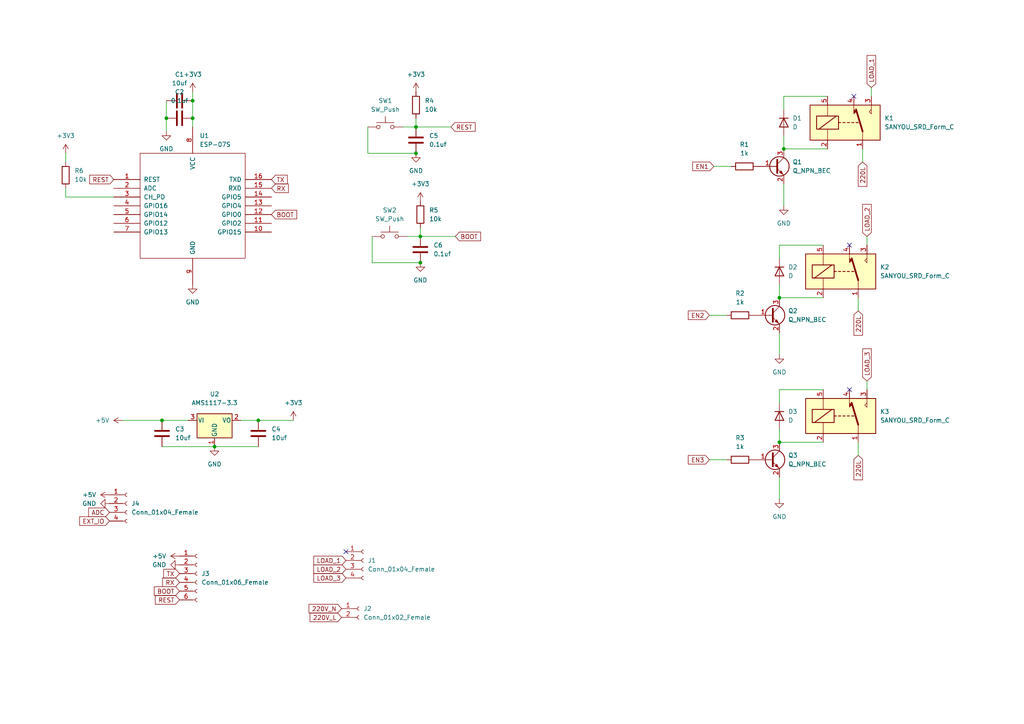
<source format=kicad_sch>
(kicad_sch (version 20211123) (generator eeschema)
  (paper "A4")
  (title_block (title "easyswitch") (date "2022-05-07"))
  (lib_symbols
    (symbol "Connector:Conn_01x02_Female" (pin_names (offset 1.016) hide)
      (property "Reference" "J" (at 0 2.54 0))
      (property "Value" "Conn_01x02_Female" (at 0 -5.08 0))
      (symbol "Conn_01x02_Female_1_1"
        (arc (start 0 -2.032) (mid -0.508 -2.54) (end 0 -3.048) (stroke (width 0.1524)))
        (polyline (pts (xy -1.27 -2.54) (xy -0.508 -2.54)) (stroke (width 0.1524)))
        (polyline (pts (xy -1.27 0) (xy -0.508 0)) (stroke (width 0.1524)))
        (arc (start 0 0.508) (mid -0.508 0) (end 0 -0.508) (stroke (width 0.1524)))
        (pin passive line (at -5.08 0 0) (length 3.81) (name "Pin_1") (number "1"))
        (pin passive line (at -5.08 -2.54 0) (length 3.81) (name "Pin_2") (number "2"))
      )
    )
    (symbol "Connector:Conn_01x04_Female" (pin_names (offset 1.016) hide)
      (property "Reference" "J" (at 0 5.08 0))
      (property "Value" "Conn_01x04_Female" (at 0 -7.62 0))
      (symbol "Conn_01x04_Female_1_1"
        (arc (start 0 -4.572) (mid -0.508 -5.08) (end 0 -5.588) (stroke (width 0.1524)))
        (arc (start 0 -2.032) (mid -0.508 -2.54) (end 0 -3.048) (stroke (width 0.1524)))
        (polyline (pts (xy -1.27 -5.08) (xy -0.508 -5.08)) (stroke (width 0.1524)))
        (polyline (pts (xy -1.27 -2.54) (xy -0.508 -2.54)) (stroke (width 0.1524)))
        (polyline (pts (xy -1.27 0) (xy -0.508 0)) (stroke (width 0.1524)))
        (polyline (pts (xy -1.27 2.54) (xy -0.508 2.54)) (stroke (width 0.1524)))
        (arc (start 0 0.508) (mid -0.508 0) (end 0 -0.508) (stroke (width 0.1524)))
        (arc (start 0 3.048) (mid -0.508 2.54) (end 0 2.032) (stroke (width 0.1524)))
        (pin passive line (at -5.08 2.54 0) (length 3.81) (name "Pin_1") (number "1"))
        (pin passive line (at -5.08 0 0) (length 3.81) (name "Pin_2") (number "2"))
        (pin passive line (at -5.08 -2.54 0) (length 3.81) (name "Pin_3") (number "3"))
        (pin passive line (at -5.08 -5.08 0) (length 3.81) (name "Pin_4") (number "4"))
      )
    )
    (symbol "Connector:Conn_01x06_Female" (pin_names (offset 1.016) hide)
      (property "Reference" "J" (at 0 7.62 0))
      (property "Value" "Conn_01x06_Female" (at 0 -10.16 0))
      (symbol "Conn_01x06_Female_1_1"
        (arc (start 0 -7.112) (mid -0.508 -7.62) (end 0 -8.128) (stroke (width 0.1524)))
        (arc (start 0 -4.572) (mid -0.508 -5.08) (end 0 -5.588) (stroke (width 0.1524)))
        (arc (start 0 -2.032) (mid -0.508 -2.54) (end 0 -3.048) (stroke (width 0.1524)))
        (polyline (pts (xy -1.27 -7.62) (xy -0.508 -7.62)) (stroke (width 0.1524)))
        (polyline (pts (xy -1.27 -5.08) (xy -0.508 -5.08)) (stroke (width 0.1524)))
        (polyline (pts (xy -1.27 -2.54) (xy -0.508 -2.54)) (stroke (width 0.1524)))
        (polyline (pts (xy -1.27 0) (xy -0.508 0)) (stroke (width 0.1524)))
        (polyline (pts (xy -1.27 2.54) (xy -0.508 2.54)) (stroke (width 0.1524)))
        (polyline (pts (xy -1.27 5.08) (xy -0.508 5.08)) (stroke (width 0.1524)))
        (arc (start 0 0.508) (mid -0.508 0) (end 0 -0.508) (stroke (width 0.1524)))
        (arc (start 0 3.048) (mid -0.508 2.54) (end 0 2.032) (stroke (width 0.1524)))
        (arc (start 0 5.588) (mid -0.508 5.08) (end 0 4.572) (stroke (width 0.1524)))
        (pin passive line (at -5.08 5.08 0) (length 3.81) (name "Pin_1") (number "1"))
        (pin passive line (at -5.08 2.54 0) (length 3.81) (name "Pin_2") (number "2"))
        (pin passive line (at -5.08 0 0) (length 3.81) (name "Pin_3") (number "3"))
        (pin passive line (at -5.08 -2.54 0) (length 3.81) (name "Pin_4") (number "4"))
        (pin passive line (at -5.08 -5.08 0) (length 3.81) (name "Pin_5") (number "5"))
        (pin passive line (at -5.08 -7.62 0) (length 3.81) (name "Pin_6") (number "6"))
      )
    )
    (symbol "Device:C" (pin_numbers hide) (pin_names (offset 0.254))
      (property "Reference" "C" (at 0.635 2.54 0))
      (property "Value" "C" (at 0.635 -2.54 0))
      (symbol "C_0_1"
        (polyline (pts (xy -2.032 -0.762) (xy 2.032 -0.762)) (stroke (width 0.508)))
        (polyline (pts (xy -2.032 0.762) (xy 2.032 0.762)) (stroke (width 0.508)))
      )
      (symbol "C_1_1"
        (pin passive line (at 0 3.81 270) (length 2.794) (name "~") (number "1"))
        (pin passive line (at 0 -3.81 90) (length 2.794) (name "~") (number "2"))
      )
    )
    (symbol "Device:D" (pin_numbers hide) (pin_names (offset 1.016) hide)
      (property "Reference" "D" (at 0 2.54 0))
      (property "Value" "D" (at 0 -2.54 0))
      (symbol "D_0_1"
        (polyline (pts (xy -1.27 1.27) (xy -1.27 -1.27)) (stroke (width 0.254)))
        (polyline (pts (xy 1.27 0) (xy -1.27 0)))
        (polyline (pts (xy 1.27 1.27) (xy 1.27 -1.27) (xy -1.27 0) (xy 1.27 1.27)) (stroke (width 0.254)))
      )
      (symbol "D_1_1"
        (pin passive line (at -3.81 0 0) (length 2.54) (name "K") (number "1"))
        (pin passive line (at 3.81 0 180) (length 2.54) (name "A") (number "2"))
      )
    )
    (symbol "Device:Q_NPN_BEC" (pin_names (offset 0) hide)
      (property "Reference" "Q" (at 5.08 1.27 0))
      (property "Value" "Q_NPN_BEC" (at 5.08 -1.27 0))
      (symbol "Q_NPN_BEC_0_1"
        (polyline (pts (xy 0.635 0.635) (xy 2.54 2.54)))
        (polyline (pts (xy 0.635 -0.635) (xy 2.54 -2.54) (xy 2.54 -2.54)))
        (polyline (pts (xy 0.635 1.905) (xy 0.635 -1.905) (xy 0.635 -1.905)) (stroke (width 0.508)))
        (polyline (pts (xy 1.27 -1.778) (xy 1.778 -1.27) (xy 2.286 -2.286) (xy 1.27 -1.778) (xy 1.27 -1.778)) (fill (type outline)))
        (circle (center 1.27 0) (radius 2.8194) (stroke (width 0.254)))
      )
      (symbol "Q_NPN_BEC_1_1"
        (pin input line (at -5.08 0 0) (length 5.715) (name "B") (number "1"))
        (pin passive line (at 2.54 -5.08 90) (length 2.54) (name "E") (number "2"))
        (pin passive line (at 2.54 5.08 270) (length 2.54) (name "C") (number "3"))
      )
    )
    (symbol "Device:R" (pin_numbers hide) (pin_names (offset 0))
      (property "Reference" "R" (at 2.032 0 90))
      (property "Value" "R" (at 0 0 90))
      (symbol "R_0_1"
        (rectangle (start -1.016 -2.54) (end 1.016 2.54) (stroke (width 0.254)))
      )
      (symbol "R_1_1"
        (pin passive line (at 0 3.81 270) (length 1.27) (name "~") (number "1"))
        (pin passive line (at 0 -3.81 90) (length 1.27) (name "~") (number "2"))
      )
    )
    (symbol "ESP8266:ESP-07S" (pin_names (offset 1.016))
      (property "Reference" "U" (at 0 -2.54 0))
      (property "Value" "ESP-07S" (at 0 2.54 0))
      (symbol "ESP-07S_1_0"
        (rectangle (start -15.24 -15.24) (end 15.24 15.24))
      )
      (symbol "ESP-07S_1_1"
        (pin input line (at -22.86 7.62 0) (length 7.62) (name "REST") (number "1"))
        (pin bidirectional line (at 22.86 -7.62 180) (length 7.62) (name "GPIO15") (number "10"))
        (pin bidirectional line (at 22.86 -5.08 180) (length 7.62) (name "GPIO2") (number "11"))
        (pin bidirectional line (at 22.86 -2.54 180) (length 7.62) (name "GPIO0") (number "12"))
        (pin bidirectional line (at 22.86 0 180) (length 7.62) (name "GPIO4") (number "13"))
        (pin bidirectional line (at 22.86 2.54 180) (length 7.62) (name "GPIO5") (number "14"))
        (pin input line (at 22.86 5.08 180) (length 7.62) (name "RXD") (number "15"))
        (pin output line (at 22.86 7.62 180) (length 7.62) (name "TXD") (number "16"))
        (pin passive line (at -22.86 5.08 0) (length 7.62) (name "ADC") (number "2"))
        (pin input line (at -22.86 2.54 0) (length 7.62) (name "CH_PD") (number "3"))
        (pin bidirectional line (at -22.86 0 0) (length 7.62) (name "GPIO16") (number "4"))
        (pin bidirectional line (at -22.86 -2.54 0) (length 7.62) (name "GPIO14") (number "5"))
        (pin bidirectional line (at -22.86 -5.08 0) (length 7.62) (name "GPIO12") (number "6"))
        (pin bidirectional line (at -22.86 -7.62 0) (length 7.62) (name "GPIO13") (number "7"))
        (pin power_in line (at 0 22.86 270) (length 7.62) (name "VCC") (number "8"))
        (pin power_in line (at 0 -22.86 90) (length 7.62) (name "GND") (number "9"))
      )
    )
    (symbol "Regulator_Linear:AMS1117-3.3" (pin_names (offset 0.254))
      (property "Reference" "U" (at -3.81 3.175 0))
      (property "Value" "AMS1117-3.3" (at 0 3.175 0))
      (symbol "AMS1117-3.3_0_1"
        (rectangle (start -5.08 -5.08) (end 5.08 1.905) (stroke (width 0.254)) (fill (type background)))
      )
      (symbol "AMS1117-3.3_1_1"
        (pin power_in line (at 0 -7.62 90) (length 2.54) (name "GND") (number "1"))
        (pin power_out line (at 7.62 0 180) (length 2.54) (name "VO") (number "2"))
        (pin power_in line (at -7.62 0 0) (length 2.54) (name "VI") (number "3"))
      )
    )
    (symbol "Relay:SANYOU_SRD_Form_C"
      (property "Reference" "K" (at 11.43 3.81 0))
      (property "Value" "SANYOU_SRD_Form_C" (at 11.43 1.27 0))
      (symbol "SANYOU_SRD_Form_C_0_0"
        (polyline (pts (xy 7.62 5.08) (xy 7.62 2.54) (xy 6.985 3.175) (xy 7.62 3.81)))
      )
      (symbol "SANYOU_SRD_Form_C_0_1"
        (rectangle (start -10.16 5.08) (end 10.16 -5.08) (stroke (width 0.254)) (fill (type background)))
        (rectangle (start -8.255 1.905) (end -1.905 -1.905) (stroke (width 0.254)))
        (polyline (pts (xy -7.62 -1.905) (xy -2.54 1.905)) (stroke (width 0.254)))
        (polyline (pts (xy -5.08 -5.08) (xy -5.08 -1.905)))
        (polyline (pts (xy -5.08 5.08) (xy -5.08 1.905)))
        (polyline (pts (xy -1.905 0) (xy -1.27 0)) (stroke (width 0.254)))
        (polyline (pts (xy -0.635 0) (xy 0 0)) (stroke (width 0.254)))
        (polyline (pts (xy 0.635 0) (xy 1.27 0)) (stroke (width 0.254)))
        (polyline (pts (xy 1.905 0) (xy 2.54 0)) (stroke (width 0.254)))
        (polyline (pts (xy 3.175 0) (xy 3.81 0)) (stroke (width 0.254)))
        (polyline (pts (xy 5.08 -2.54) (xy 3.175 3.81)) (stroke (width 0.508)))
        (polyline (pts (xy 5.08 -2.54) (xy 5.08 -5.08)))
      )
      (symbol "SANYOU_SRD_Form_C_1_1"
        (polyline (pts (xy 2.54 3.81) (xy 3.175 3.175) (xy 2.54 2.54) (xy 2.54 5.08)) (fill (type outline)))
        (pin passive line (at 5.08 -7.62 90) (length 2.54) (name "~") (number "1"))
        (pin passive line (at -5.08 -7.62 90) (length 2.54) (name "~") (number "2"))
        (pin passive line (at 7.62 7.62 270) (length 2.54) (name "~") (number "3"))
        (pin passive line (at 2.54 7.62 270) (length 2.54) (name "~") (number "4"))
        (pin passive line (at -5.08 7.62 270) (length 2.54) (name "~") (number "5"))
      )
    )
    (symbol "Switch:SW_Push" (pin_numbers hide) (pin_names (offset 1.016) hide)
      (property "Reference" "SW" (at 1.27 2.54 0))
      (property "Value" "SW_Push" (at 0 -1.524 0))
      (symbol "SW_Push_0_1"
        (circle (center -2.032 0) (radius 0.508))
        (polyline (pts (xy 0 1.27) (xy 0 3.048)))
        (polyline (pts (xy 2.54 1.27) (xy -2.54 1.27)))
        (circle (center 2.032 0) (radius 0.508))
        (pin passive line (at -5.08 0 0) (length 2.54) (name "1") (number "1"))
        (pin passive line (at 5.08 0 180) (length 2.54) (name "2") (number "2"))
      )
    )
    (symbol "power:+3.3V" (power) (pin_names (offset 0))
      (property "Value" "+3.3V" (at 0 3.556 0))
      (symbol "+3.3V_0_1"
        (polyline (pts (xy -0.762 1.27) (xy 0 2.54)))
        (polyline (pts (xy 0 0) (xy 0 2.54)))
        (polyline (pts (xy 0 2.54) (xy 0.762 1.27)))
      )
      (symbol "+3.3V_1_1"
        (pin power_in line (at 0 0 90) (length 0) hide (name "+3V3") (number "1"))
      )
    )
    (symbol "power:+5V" (power) (pin_names (offset 0))
      (property "Value" "+5V" (at 0 3.556 0))
      (symbol "+5V_0_1"
        (polyline (pts (xy -0.762 1.27) (xy 0 2.54)))
        (polyline (pts (xy 0 0) (xy 0 2.54)))
        (polyline (pts (xy 0 2.54) (xy 0.762 1.27)))
      )
      (symbol "+5V_1_1"
        (pin power_in line (at 0 0 90) (length 0) hide (name "+5V") (number "1"))
      )
    )
    (symbol "power:GND" (power) (pin_names (offset 0))
      (property "Value" "GND" (at 0 -3.81 0))
      (symbol "GND_0_1"
        (polyline (pts (xy 0 0) (xy 0 -1.27) (xy 1.27 -1.27) (xy 0 -2.54) (xy -1.27 -1.27) (xy 0 -1.27)))
      )
      (symbol "GND_1_1"
        (pin power_in line (at 0 0 270) (length 0) hide (name "GND") (number "1"))
      )
    )
  )
  (junction (at 46.99 121.92))
  (junction (at 74.93 121.92))
  (junction (at 62.23 129.54))
  (junction (at 227.33 43.18))
  (junction (at 55.88 34.29))
  (junction (at 48.26 34.29))
  (junction (at 55.88 29.21))
  (junction (at 120.65 36.83))
  (junction (at 226.06 86.36))
  (junction (at 121.92 76.2))
  (junction (at 120.65 44.45))
  (junction (at 121.92 68.58))
  (junction (at 226.06 128.27))
  (no_connect (at 247.65 27.94))
  (no_connect (at 100.33 160.02))
  (no_connect (at 246.38 113.03))
  (no_connect (at 246.38 71.12))
  (wire (pts (xy 205.74 133.35) (xy 210.82 133.35)))
  (wire (pts (xy 106.68 44.45) (xy 120.65 44.45)))
  (wire (pts (xy 205.74 91.44) (xy 210.82 91.44)))
  (wire (pts (xy 251.46 68.58) (xy 251.46 71.12)))
  (wire (pts (xy 55.88 34.29) (xy 55.88 36.83)))
  (wire (pts (xy 227.33 27.94) (xy 227.33 31.75)))
  (wire (pts (xy 240.03 43.18) (xy 227.33 43.18)))
  (wire (pts (xy 120.65 36.83) (xy 130.81 36.83)))
  (wire (pts (xy 226.06 86.36) (xy 226.06 82.55)))
  (wire (pts (xy 48.26 29.21) (xy 48.26 34.29)))
  (wire (pts (xy 107.95 76.2) (xy 121.92 76.2)))
  (wire (pts (xy 227.33 53.34) (xy 227.33 59.69)))
  (wire (pts (xy 55.88 29.21) (xy 55.88 34.29)))
  (wire (pts (xy 248.92 128.27) (xy 248.92 132.08)))
  (wire (pts (xy 107.95 68.58) (xy 107.95 76.2)))
  (wire (pts (xy 69.85 121.92) (xy 74.93 121.92)))
  (wire (pts (xy 118.11 68.58) (xy 121.92 68.58)))
  (wire (pts (xy 226.06 96.52) (xy 226.06 102.87)))
  (wire (pts (xy 33.02 57.15) (xy 19.05 57.15)))
  (wire (pts (xy 35.56 121.92) (xy 46.99 121.92)))
  (wire (pts (xy 19.05 57.15) (xy 19.05 54.61)))
  (wire (pts (xy 19.05 44.45) (xy 19.05 46.99)))
  (wire (pts (xy 240.03 27.94) (xy 227.33 27.94)))
  (wire (pts (xy 248.92 86.36) (xy 248.92 90.17)))
  (wire (pts (xy 46.99 129.54) (xy 62.23 129.54)))
  (wire (pts (xy 226.06 71.12) (xy 226.06 74.93)))
  (wire (pts (xy 121.92 66.04) (xy 121.92 68.58)))
  (wire (pts (xy 238.76 113.03) (xy 226.06 113.03)))
  (wire (pts (xy 238.76 71.12) (xy 226.06 71.12)))
  (wire (pts (xy 116.84 36.83) (xy 120.65 36.83)))
  (wire (pts (xy 250.19 43.18) (xy 250.19 46.99)))
  (wire (pts (xy 74.93 121.92) (xy 85.09 121.92)))
  (wire (pts (xy 238.76 86.36) (xy 226.06 86.36)))
  (wire (pts (xy 48.26 34.29) (xy 48.26 38.1)))
  (wire (pts (xy 226.06 113.03) (xy 226.06 116.84)))
  (wire (pts (xy 227.33 43.18) (xy 227.33 39.37)))
  (wire (pts (xy 55.88 26.67) (xy 55.88 29.21)))
  (wire (pts (xy 226.06 138.43) (xy 226.06 144.78)))
  (wire (pts (xy 106.68 36.83) (xy 106.68 44.45)))
  (wire (pts (xy 251.46 110.49) (xy 251.46 113.03)))
  (wire (pts (xy 238.76 128.27) (xy 226.06 128.27)))
  (wire (pts (xy 121.92 68.58) (xy 132.08 68.58)))
  (wire (pts (xy 226.06 128.27) (xy 226.06 124.46)))
  (wire (pts (xy 252.73 25.4) (xy 252.73 27.94)))
  (wire (pts (xy 62.23 129.54) (xy 74.93 129.54)))
  (wire (pts (xy 207.01 48.26) (xy 212.09 48.26)))
  (wire (pts (xy 46.99 121.92) (xy 54.61 121.92)))
  (wire (pts (xy 120.65 34.29) (xy 120.65 36.83)))
  (global_label "BOOT" (shape input) (at 132.08 68.58 0) (property "Intersheet References" "${INTERSHEET_REFS}" (effects hide)))
  (global_label "220L" (shape input) (at 250.19 46.99 270) (property "Intersheet References" "${INTERSHEET_REFS}" (effects hide)))
  (global_label "BOOT" (shape input) (at 52.07 171.45 180) (property "Intersheet References" "${INTERSHEET_REFS}" (effects hide)))
  (global_label "RX" (shape input) (at 78.74 54.61 0) (property "Intersheet References" "${INTERSHEET_REFS}" (effects hide)))
  (global_label "REST" (shape input) (at 52.07 173.99 180) (property "Intersheet References" "${INTERSHEET_REFS}" (effects hide)))
  (global_label "EN3" (shape input) (at 205.74 133.35 180) (property "Intersheet References" "${INTERSHEET_REFS}" (effects hide)))
  (global_label "220V_N" (shape input) (at 99.06 176.53 180) (property "Intersheet References" "${INTERSHEET_REFS}" (effects hide)))
  (global_label "LOAD_1" (shape input) (at 252.73 25.4 90) (property "Intersheet References" "${INTERSHEET_REFS}" (effects hide)))
  (global_label "220L" (shape input) (at 248.92 132.08 270) (property "Intersheet References" "${INTERSHEET_REFS}" (effects hide)))
  (global_label "LOAD_1" (shape input) (at 100.33 162.56 180) (property "Intersheet References" "${INTERSHEET_REFS}" (effects hide)))
  (global_label "TX" (shape input) (at 52.07 166.37 180) (property "Intersheet References" "${INTERSHEET_REFS}" (effects hide)))
  (global_label "EN2" (shape input) (at 205.74 91.44 180) (property "Intersheet References" "${INTERSHEET_REFS}" (effects hide)))
  (global_label "LOAD_3" (shape input) (at 100.33 167.64 180) (property "Intersheet References" "${INTERSHEET_REFS}" (effects hide)))
  (global_label "EN1" (shape input) (at 207.01 48.26 180) (property "Intersheet References" "${INTERSHEET_REFS}" (effects hide)))
  (global_label "LOAD_2" (shape input) (at 100.33 165.1 180) (property "Intersheet References" "${INTERSHEET_REFS}" (effects hide)))
  (global_label "TX" (shape input) (at 78.74 52.07 0) (property "Intersheet References" "${INTERSHEET_REFS}" (effects hide)))
  (global_label "LOAD_2" (shape input) (at 251.46 68.58 90) (property "Intersheet References" "${INTERSHEET_REFS}" (effects hide)))
  (global_label "BOOT" (shape input) (at 78.74 62.23 0) (property "Intersheet References" "${INTERSHEET_REFS}" (effects hide)))
  (global_label "REST" (shape input) (at 130.81 36.83 0) (property "Intersheet References" "${INTERSHEET_REFS}" (effects hide)))
  (global_label "220L" (shape input) (at 248.92 90.17 270) (property "Intersheet References" "${INTERSHEET_REFS}" (effects hide)))
  (global_label "REST" (shape input) (at 33.02 52.07 180) (property "Intersheet References" "${INTERSHEET_REFS}" (effects hide)))
  (global_label "220V_L" (shape input) (at 99.06 179.07 180) (property "Intersheet References" "${INTERSHEET_REFS}" (effects hide)))
  (global_label "ADC" (shape input) (at 31.75 148.59 180) (property "Intersheet References" "${INTERSHEET_REFS}" (effects hide)))
  (global_label "EXT_IO" (shape input) (at 31.75 151.13 180) (property "Intersheet References" "${INTERSHEET_REFS}" (effects hide)))
  (global_label "LOAD_3" (shape input) (at 251.46 110.49 90) (property "Intersheet References" "${INTERSHEET_REFS}" (effects hide)))
  (global_label "RX" (shape input) (at 52.07 168.91 180) (property "Intersheet References" "${INTERSHEET_REFS}" (effects hide)))
  (symbol (lib_id "Device:C") (at 52.07 29.21 90) (unit 1)
    (property "Reference" "C1" (at 52.07 21.59 90))
    (property "Value" "10uf" (at 52.07 24.13 90))
    (property "Footprint" "Capacitor_SMD:C_0603_1608Metric" (effects hide))
  )
  (symbol (lib_id "Device:R") (at 214.63 133.35 270) (unit 1)
    (property "Reference" "R3" (at 214.63 127 90))
    (property "Value" "1k" (at 214.63 129.54 90))
    (property "Footprint" "Resistor_SMD:R_0603_1608Metric" (effects hide))
  )
  (symbol (lib_id "Device:D") (at 226.06 120.65 270) (unit 1)
    (property "Reference" "D3" (at 228.6 119.3799 90) (effects (justify left)))
    (property "Value" "D" (at 228.6 121.9199 90) (effects (justify left)))
    (property "Footprint" "Diode_SMD:D_0603_1608Metric" (effects hide))
  )
  (symbol (lib_id "Device:R") (at 121.92 62.23 0) (unit 1)
    (property "Reference" "R5" (at 124.46 60.9599 0) (effects (justify left)))
    (property "Value" "10k" (at 124.46 63.4999 0) (effects (justify left)))
    (property "Footprint" "Resistor_SMD:R_0603_1608Metric" (effects hide))
  )
  (symbol (lib_id "power:GND") (at 226.06 102.87 0) (unit 1)
    (property "Reference" "#PWR0102" (effects hide))
    (property "Value" "GND" (at 226.06 107.95 0))
  )
  (symbol (lib_id "power:GND") (at 31.75 146.05 270) (unit 1)
    (property "Reference" "#PWR0118" (effects hide))
    (property "Value" "GND" (at 27.94 146.0499 90) (effects (justify right)))
  )
  (symbol (lib_id "Device:C") (at 52.07 34.29 90) (unit 1)
    (property "Reference" "C2" (at 52.07 26.67 90))
    (property "Value" "0.1uf" (at 52.07 29.21 90))
    (property "Footprint" "Capacitor_SMD:C_0603_1608Metric" (effects hide))
  )
  (symbol (lib_id "power:+3.3V") (at 55.88 26.67 0) (unit 1)
    (property "Reference" "#PWR0110" (effects hide))
    (property "Value" "+3.3V" (at 55.88 21.59 0))
  )
  (symbol (lib_id "Device:Q_NPN_BEC") (at 223.52 133.35 0) (unit 1)
    (property "Reference" "Q3" (at 228.6 132.0799 0) (effects (justify left)))
    (property "Value" "Q_NPN_BEC" (at 228.6 134.6199 0) (effects (justify left)))
  )
  (symbol (lib_id "power:GND") (at 55.88 82.55 0) (unit 1)
    (property "Reference" "#PWR0107" (effects hide))
    (property "Value" "GND" (at 55.88 87.63 0))
  )
  (symbol (lib_id "power:GND") (at 226.06 144.78 0) (unit 1)
    (property "Reference" "#PWR0103" (effects hide))
    (property "Value" "GND" (at 226.06 149.86 0))
  )
  (symbol (lib_id "Device:R") (at 215.9 48.26 270) (unit 1)
    (property "Reference" "R1" (at 215.9 41.91 90))
    (property "Value" "1k" (at 215.9 44.45 90))
    (property "Footprint" "Resistor_SMD:R_0603_1608Metric" (effects hide))
  )
  (symbol (lib_id "Device:C") (at 121.92 72.39 0) (unit 1)
    (property "Reference" "C6" (at 125.73 71.1199 0) (effects (justify left)))
    (property "Value" "0.1uf" (at 125.73 73.6599 0) (effects (justify left)))
    (property "Footprint" "Capacitor_SMD:C_0603_1608Metric" (effects hide))
  )
  (symbol (lib_id "power:+3.3V") (at 121.92 58.42 0) (unit 1)
    (property "Reference" "#PWR0111" (effects hide))
    (property "Value" "+3.3V" (at 121.92 53.34 0))
  )
  (symbol (lib_id "ESP8266:ESP-07S") (at 55.88 59.69 0) (unit 1)
    (property "Reference" "U1" (at 57.8994 39.37 0) (effects (justify left)))
    (property "Value" "ESP-07S" (at 57.8994 41.91 0) (effects (justify left)))
    (property "Footprint" "ESP8266:ESP-07S" (effects hide))
    (property "Datasheet" "https://www.tinyosshop.com/datasheet/ESP-07S_User_Manual.pdf" (effects hide))
  )
  (symbol (lib_id "Connector:Conn_01x06_Female") (at 57.15 166.37 0) (unit 1)
    (property "Reference" "J3" (at 58.42 166.3699 0) (effects (justify left)))
    (property "Value" "Conn_01x06_Female" (at 58.42 168.9099 0) (effects (justify left)))
    (property "Footprint" "Connector_PinHeader_2.54mm:PinHeader_1x06_P2.54mm_Vertical" (effects hide))
  )
  (symbol (lib_id "Relay:SANYOU_SRD_Form_C") (at 243.84 120.65 0) (unit 1)
    (property "Reference" "K3" (at 255.27 119.3799 0) (effects (justify left)))
    (property "Value" "SANYOU_SRD_Form_C" (at 255.27 121.9199 0) (effects (justify left)))
    (property "Footprint" "Relay_THT:Relay_SPDT_SANYOU_SRD_Series_Form_C" (effects hide))
    (property "Datasheet" "http://www.sanyourelay.ca/public/products/pdf/SRD.pdf" (effects hide))
  )
  (symbol (lib_id "power:GND") (at 62.23 129.54 0) (unit 1)
    (property "Reference" "#PWR0109" (effects hide))
    (property "Value" "GND" (at 62.23 134.62 0))
  )
  (symbol (lib_id "Device:C") (at 74.93 125.73 0) (unit 1)
    (property "Reference" "C4" (at 78.74 124.4599 0) (effects (justify left)))
    (property "Value" "10uf" (at 78.74 126.9999 0) (effects (justify left)))
    (property "Footprint" "Capacitor_SMD:C_0603_1608Metric" (effects hide))
  )
  (symbol (lib_id "power:+5V") (at 52.07 161.29 90) (unit 1)
    (property "Reference" "#PWR0115" (effects hide))
    (property "Value" "+5V" (at 48.26 161.2899 90) (effects (justify left)))
  )
  (symbol (lib_id "Device:R") (at 214.63 91.44 270) (unit 1)
    (property "Reference" "R2" (at 214.63 85.09 90))
    (property "Value" "1k" (at 214.63 87.63 90))
    (property "Footprint" "Resistor_SMD:R_0603_1608Metric" (effects hide))
  )
  (symbol (lib_id "Device:Q_NPN_BEC") (at 224.79 48.26 0) (unit 1)
    (property "Reference" "Q1" (at 229.87 46.9899 0) (effects (justify left)))
    (property "Value" "Q_NPN_BEC" (at 229.87 49.5299 0) (effects (justify left)))
  )
  (symbol (lib_id "Connector:Conn_01x04_Female") (at 105.41 162.56 0) (unit 1)
    (property "Reference" "J1" (at 106.68 162.5599 0) (effects (justify left)))
    (property "Value" "Conn_01x04_Female" (at 106.68 165.0999 0) (effects (justify left)))
    (property "Footprint" "TerminalBlock:TerminalBlock_bornier-4_P5.08mm" (effects hide))
  )
  (symbol (lib_id "power:GND") (at 120.65 44.45 0) (unit 1)
    (property "Reference" "#PWR0112" (effects hide))
    (property "Value" "GND" (at 120.65 49.53 0))
  )
  (symbol (lib_id "Switch:SW_Push") (at 111.76 36.83 0) (unit 1)
    (property "Reference" "SW1" (at 111.76 29.21 0))
    (property "Value" "SW_Push" (at 111.76 31.75 0))
    (property "Footprint" "Button_Switch_SMD:SW_SPST_B3U-1000P" (effects hide))
  )
  (symbol (lib_id "Connector:Conn_01x04_Female") (at 36.83 146.05 0) (unit 1)
    (property "Reference" "J4" (at 38.1 146.0499 0) (effects (justify left)))
    (property "Value" "Conn_01x04_Female" (at 38.1 148.5899 0) (effects (justify left)))
    (property "Footprint" "Connector_JST:JST_XH_S4B-XH-A-1_1x04_P2.50mm_Horizontal" (effects hide))
  )
  (symbol (lib_id "Device:D") (at 227.33 35.56 270) (unit 1)
    (property "Reference" "D1" (at 229.87 34.2899 90) (effects (justify left)))
    (property "Value" "D" (at 229.87 36.8299 90) (effects (justify left)))
    (property "Footprint" "Diode_SMD:D_0603_1608Metric" (effects hide))
  )
  (symbol (lib_id "power:+5V") (at 31.75 143.51 90) (unit 1)
    (property "Reference" "#PWR0117" (effects hide))
    (property "Value" "+5V" (at 27.94 143.5099 90) (effects (justify left)))
  )
  (symbol (lib_id "Relay:SANYOU_SRD_Form_C") (at 243.84 78.74 0) (unit 1)
    (property "Reference" "K2" (at 255.27 77.4699 0) (effects (justify left)))
    (property "Value" "SANYOU_SRD_Form_C" (at 255.27 80.0099 0) (effects (justify left)))
    (property "Footprint" "Relay_THT:Relay_SPDT_SANYOU_SRD_Series_Form_C" (effects hide))
    (property "Datasheet" "http://www.sanyourelay.ca/public/products/pdf/SRD.pdf" (effects hide))
  )
  (symbol (lib_id "Device:D") (at 226.06 78.74 270) (unit 1)
    (property "Reference" "D2" (at 228.6 77.4699 90) (effects (justify left)))
    (property "Value" "D" (at 228.6 80.0099 90) (effects (justify left)))
    (property "Footprint" "Diode_SMD:D_0603_1608Metric" (effects hide))
  )
  (symbol (lib_id "power:+3.3V") (at 85.09 121.92 0) (unit 1)
    (property "Reference" "#PWR0108" (effects hide))
    (property "Value" "+3.3V" (at 85.09 116.84 0))
  )
  (symbol (lib_id "Switch:SW_Push") (at 113.03 68.58 0) (unit 1)
    (property "Reference" "SW2" (at 113.03 60.96 0))
    (property "Value" "SW_Push" (at 113.03 63.5 0))
    (property "Footprint" "Button_Switch_SMD:SW_SPST_B3U-1000P" (effects hide))
  )
  (symbol (lib_id "power:GND") (at 227.33 59.69 0) (unit 1)
    (property "Reference" "#PWR0101" (effects hide))
    (property "Value" "GND" (at 227.33 64.77 0))
  )
  (symbol (lib_id "power:GND") (at 52.07 163.83 270) (unit 1)
    (property "Reference" "#PWR0116" (effects hide))
    (property "Value" "GND" (at 48.26 163.8299 90) (effects (justify right)))
  )
  (symbol (lib_id "Device:R") (at 120.65 30.48 0) (unit 1)
    (property "Reference" "R4" (at 123.19 29.2099 0) (effects (justify left)))
    (property "Value" "10k" (at 123.19 31.7499 0) (effects (justify left)))
    (property "Footprint" "Resistor_SMD:R_0603_1608Metric" (effects hide))
  )
  (symbol (lib_id "power:+3.3V") (at 19.05 44.45 0) (unit 1)
    (property "Reference" "#PWR0114" (effects hide))
    (property "Value" "+3.3V" (at 19.05 39.37 0))
  )
  (symbol (lib_id "Regulator_Linear:AMS1117-3.3") (at 62.23 121.92 0) (unit 1)
    (property "Reference" "U2" (at 62.23 114.3 0))
    (property "Value" "AMS1117-3.3" (at 62.23 116.84 0))
    (property "Footprint" "Package_TO_SOT_SMD:SOT-223-3_TabPin2" (effects hide))
    (property "Datasheet" "http://www.advanced-monolithic.com/pdf/ds1117.pdf" (effects hide))
  )
  (symbol (lib_id "Device:Q_NPN_BEC") (at 223.52 91.44 0) (unit 1)
    (property "Reference" "Q2" (at 228.6 90.1699 0) (effects (justify left)))
    (property "Value" "Q_NPN_BEC" (at 228.6 92.7099 0) (effects (justify left)))
  )
  (symbol (lib_id "power:+5V") (at 35.56 121.92 90) (unit 1)
    (property "Reference" "#PWR0106" (effects hide))
    (property "Value" "+5V" (at 31.75 121.9199 90) (effects (justify left)))
  )
  (symbol (lib_id "power:GND") (at 48.26 38.1 0) (unit 1)
    (property "Reference" "#PWR0104" (effects hide))
    (property "Value" "GND" (at 48.26 43.18 0))
  )
  (symbol (lib_id "power:+3.3V") (at 120.65 26.67 0) (unit 1)
    (property "Reference" "#PWR0105" (effects hide))
    (property "Value" "+3.3V" (at 120.65 21.59 0))
  )
  (symbol (lib_id "Device:R") (at 19.05 50.8 0) (unit 1)
    (property "Reference" "R6" (at 21.59 49.5299 0) (effects (justify left)))
    (property "Value" "10k" (at 21.59 52.0699 0) (effects (justify left)))
    (property "Footprint" "Resistor_SMD:R_0603_1608Metric" (effects hide))
  )
  (symbol (lib_id "Device:C") (at 46.99 125.73 0) (unit 1)
    (property "Reference" "C3" (at 50.8 124.4599 0) (effects (justify left)))
    (property "Value" "10uf" (at 50.8 126.9999 0) (effects (justify left)))
    (property "Footprint" "Capacitor_SMD:C_0603_1608Metric" (effects hide))
  )
  (symbol (lib_id "Relay:SANYOU_SRD_Form_C") (at 245.11 35.56 0) (unit 1)
    (property "Reference" "K1" (at 256.54 34.2899 0) (effects (justify left)))
    (property "Value" "SANYOU_SRD_Form_C" (at 256.54 36.8299 0) (effects (justify left)))
    (property "Footprint" "Relay_THT:Relay_SPDT_SANYOU_SRD_Series_Form_C" (effects hide))
    (property "Datasheet" "http://www.sanyourelay.ca/public/products/pdf/SRD.pdf" (effects hide))
  )
  (symbol (lib_id "power:GND") (at 121.92 76.2 0) (unit 1)
    (property "Reference" "#PWR0113" (effects hide))
    (property "Value" "GND" (at 121.92 81.28 0))
  )
  (symbol (lib_id "Connector:Conn_01x02_Female") (at 104.14 176.53 0) (unit 1)
    (property "Reference" "J2" (at 105.41 176.5299 0) (effects (justify left)))
    (property "Value" "Conn_01x02_Female" (at 105.41 179.0699 0) (effects (justify left)))
  )
  (symbol (lib_id "Device:C") (at 120.65 40.64 0) (unit 1)
    (property "Reference" "C5" (at 124.46 39.3699 0) (effects (justify left)))
    (property "Value" "0.1uf" (at 124.46 41.9099 0) (effects (justify left)))
    (property "Footprint" "Capacitor_SMD:C_0603_1608Metric" (effects hide))
  )
)
</source>
